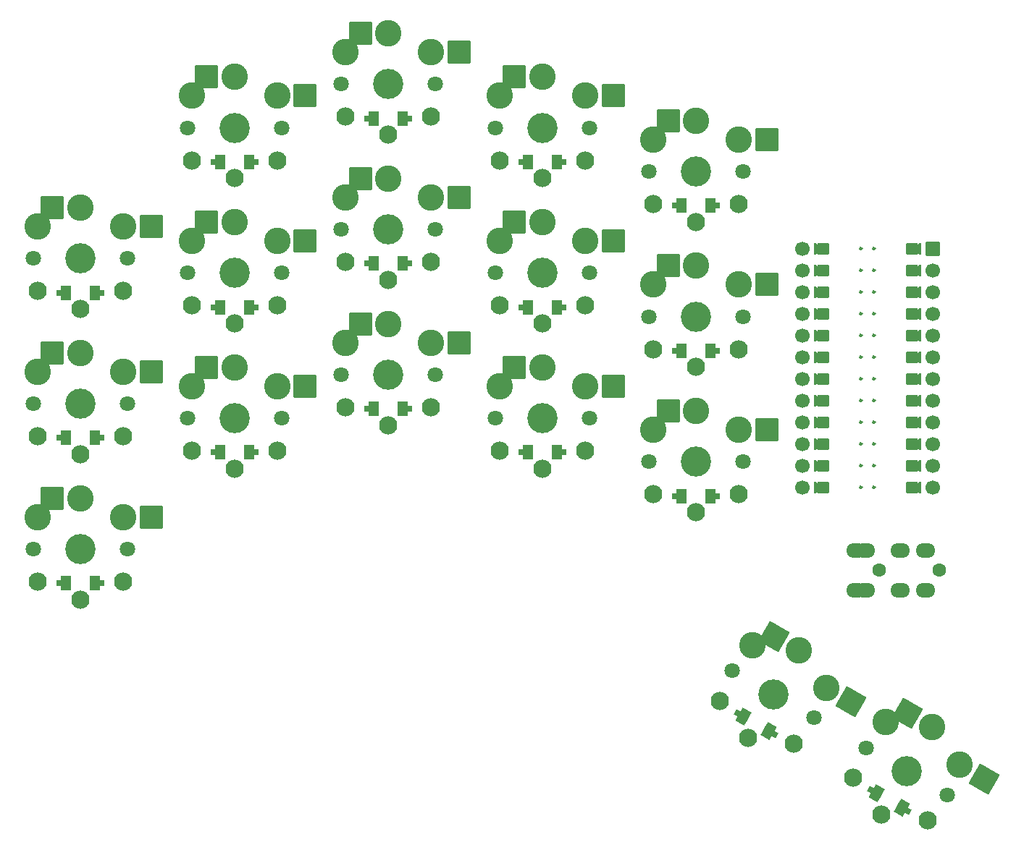
<source format=gbr>
%TF.GenerationSoftware,KiCad,Pcbnew,(6.0.6-1)-1*%
%TF.CreationDate,2022-07-25T21:02:30-05:00*%
%TF.ProjectId,smcboard,736d6362-6f61-4726-942e-6b696361645f,v1.0.0*%
%TF.SameCoordinates,Original*%
%TF.FileFunction,Soldermask,Bot*%
%TF.FilePolarity,Negative*%
%FSLAX46Y46*%
G04 Gerber Fmt 4.6, Leading zero omitted, Abs format (unit mm)*
G04 Created by KiCad (PCBNEW (6.0.6-1)-1) date 2022-07-25 21:02:30*
%MOMM*%
%LPD*%
G01*
G04 APERTURE LIST*
G04 Aperture macros list*
%AMRoundRect*
0 Rectangle with rounded corners*
0 $1 Rounding radius*
0 $2 $3 $4 $5 $6 $7 $8 $9 X,Y pos of 4 corners*
0 Add a 4 corners polygon primitive as box body*
4,1,4,$2,$3,$4,$5,$6,$7,$8,$9,$2,$3,0*
0 Add four circle primitives for the rounded corners*
1,1,$1+$1,$2,$3*
1,1,$1+$1,$4,$5*
1,1,$1+$1,$6,$7*
1,1,$1+$1,$8,$9*
0 Add four rect primitives between the rounded corners*
20,1,$1+$1,$2,$3,$4,$5,0*
20,1,$1+$1,$4,$5,$6,$7,0*
20,1,$1+$1,$6,$7,$8,$9,0*
20,1,$1+$1,$8,$9,$2,$3,0*%
%AMFreePoly0*
4,1,39,0.819064,0.871723,0.819418,0.871577,0.846577,0.844418,0.846723,0.844064,0.850500,0.825000,0.850500,0.339437,0.860355,0.335355,0.875000,0.300000,0.875000,-0.300000,0.860355,-0.335355,0.850500,-0.339437,0.850500,-0.825000,0.846723,-0.844064,0.846577,-0.844418,0.819418,-0.871577,0.819064,-0.871723,0.800000,-0.875500,-0.290000,-0.875500,-0.309064,-0.871723,-0.309418,-0.871577,
-0.336577,-0.844418,-0.336723,-0.844064,-0.340500,-0.825000,-0.340500,-0.350000,-0.825000,-0.350000,-0.860355,-0.335355,-0.875000,-0.300000,-0.875000,0.300000,-0.860355,0.335355,-0.825000,0.350000,-0.340500,0.350000,-0.340500,0.825000,-0.336723,0.844064,-0.336577,0.844418,-0.309418,0.871577,-0.309064,0.871723,-0.290000,0.875500,0.800000,0.875500,0.819064,0.871723,0.819064,0.871723,
$1*%
%AMFreePoly1*
4,1,39,0.319064,0.871723,0.319418,0.871577,0.346577,0.844418,0.346723,0.844064,0.350500,0.825000,0.350500,0.350000,0.825000,0.350000,0.860355,0.335355,0.875000,0.300000,0.875000,-0.300000,0.860355,-0.335355,0.825000,-0.350000,0.350500,-0.350000,0.350500,-0.825000,0.346723,-0.844064,0.346577,-0.844418,0.319418,-0.871577,0.319064,-0.871723,0.300000,-0.875500,-0.800000,-0.875500,
-0.819064,-0.871723,-0.819418,-0.871577,-0.846577,-0.844418,-0.846723,-0.844064,-0.850500,-0.825000,-0.850500,-0.339437,-0.860355,-0.335355,-0.875000,-0.300000,-0.875000,0.300000,-0.860355,0.335355,-0.850500,0.339437,-0.850500,0.825000,-0.846723,0.844064,-0.846577,0.844418,-0.819418,0.871577,-0.819064,0.871723,-0.800000,0.875500,0.300000,0.875500,0.319064,0.871723,0.319064,0.871723,
$1*%
%AMFreePoly2*
4,1,16,0.635355,1.035355,0.650000,1.000000,0.650000,-0.250000,0.635355,-0.285355,0.600000,-0.300000,-0.600000,-0.300000,-0.635355,-0.285355,-0.650000,-0.250000,-0.650000,1.000000,-0.635355,1.035355,-0.600000,1.050000,-0.564645,1.035355,0.000000,0.470710,0.564645,1.035355,0.600000,1.050000,0.635355,1.035355,0.635355,1.035355,$1*%
%AMFreePoly3*
4,1,14,0.635355,0.435355,0.650000,0.400000,0.650000,0.200000,0.635355,0.164645,0.035355,-0.435355,0.000000,-0.450000,-0.035355,-0.435355,-0.635355,0.164645,-0.650000,0.200000,-0.650000,0.400000,-0.635355,0.435355,-0.600000,0.450000,0.600000,0.450000,0.635355,0.435355,0.635355,0.435355,$1*%
G04 Aperture macros list end*
%ADD10C,0.250000*%
%ADD11C,0.100000*%
%ADD12C,3.529000*%
%ADD13C,1.801800*%
%ADD14C,3.100000*%
%ADD15RoundRect,0.050000X-1.300000X-1.300000X1.300000X-1.300000X1.300000X1.300000X-1.300000X1.300000X0*%
%ADD16C,2.132000*%
%ADD17FreePoly0,0.000000*%
%ADD18FreePoly1,0.000000*%
%ADD19RoundRect,0.050000X-1.775833X-0.475833X0.475833X-1.775833X1.775833X0.475833X-0.475833X1.775833X0*%
%ADD20FreePoly0,330.000000*%
%ADD21FreePoly1,330.000000*%
%ADD22C,1.700000*%
%ADD23RoundRect,0.050000X-0.800000X0.800000X-0.800000X-0.800000X0.800000X-0.800000X0.800000X0.800000X0*%
%ADD24FreePoly2,90.000000*%
%ADD25FreePoly3,90.000000*%
%ADD26FreePoly3,270.000000*%
%ADD27FreePoly2,270.000000*%
%ADD28C,1.600000*%
%ADD29O,2.300000X1.700000*%
G04 APERTURE END LIST*
D10*
%TO.C,MCU1*%
X229924539Y-135266000D02*
G75*
G03*
X229924539Y-135266000I-125000J0D01*
G01*
X231448539Y-135266000D02*
G75*
G03*
X231448539Y-135266000I-125000J0D01*
G01*
X229924539Y-132726000D02*
G75*
G03*
X229924539Y-132726000I-125000J0D01*
G01*
X231448539Y-132726000D02*
G75*
G03*
X231448539Y-132726000I-125000J0D01*
G01*
X229924539Y-130186000D02*
G75*
G03*
X229924539Y-130186000I-125000J0D01*
G01*
X231448539Y-130186000D02*
G75*
G03*
X231448539Y-130186000I-125000J0D01*
G01*
X229924539Y-127646000D02*
G75*
G03*
X229924539Y-127646000I-125000J0D01*
G01*
X231448539Y-127646000D02*
G75*
G03*
X231448539Y-127646000I-125000J0D01*
G01*
X229924539Y-125106000D02*
G75*
G03*
X229924539Y-125106000I-125000J0D01*
G01*
X231448539Y-125106000D02*
G75*
G03*
X231448539Y-125106000I-125000J0D01*
G01*
X229924539Y-122566000D02*
G75*
G03*
X229924539Y-122566000I-125000J0D01*
G01*
X231448539Y-122566000D02*
G75*
G03*
X231448539Y-122566000I-125000J0D01*
G01*
X229924539Y-120026000D02*
G75*
G03*
X229924539Y-120026000I-125000J0D01*
G01*
X231448539Y-120026000D02*
G75*
G03*
X231448539Y-120026000I-125000J0D01*
G01*
X229924539Y-117486000D02*
G75*
G03*
X229924539Y-117486000I-125000J0D01*
G01*
X231448539Y-117486000D02*
G75*
G03*
X231448539Y-117486000I-125000J0D01*
G01*
X229924539Y-114946000D02*
G75*
G03*
X229924539Y-114946000I-125000J0D01*
G01*
X231448539Y-114946000D02*
G75*
G03*
X231448539Y-114946000I-125000J0D01*
G01*
X229924539Y-112406000D02*
G75*
G03*
X229924539Y-112406000I-125000J0D01*
G01*
X231448539Y-112406000D02*
G75*
G03*
X231448539Y-112406000I-125000J0D01*
G01*
X231448539Y-109866000D02*
G75*
G03*
X231448539Y-109866000I-125000J0D01*
G01*
X229924539Y-109866000D02*
G75*
G03*
X229924539Y-109866000I-125000J0D01*
G01*
X229924539Y-107326000D02*
G75*
G03*
X229924539Y-107326000I-125000J0D01*
G01*
X231448539Y-107326000D02*
G75*
G03*
X231448539Y-107326000I-125000J0D01*
G01*
G36*
X236657539Y-135774000D02*
G01*
X235641539Y-135774000D01*
X235641539Y-134758000D01*
X236657539Y-134758000D01*
X236657539Y-135774000D01*
G37*
D11*
X236657539Y-135774000D02*
X235641539Y-135774000D01*
X235641539Y-134758000D01*
X236657539Y-134758000D01*
X236657539Y-135774000D01*
G36*
X236657539Y-133234000D02*
G01*
X235641539Y-133234000D01*
X235641539Y-132218000D01*
X236657539Y-132218000D01*
X236657539Y-133234000D01*
G37*
X236657539Y-133234000D02*
X235641539Y-133234000D01*
X235641539Y-132218000D01*
X236657539Y-132218000D01*
X236657539Y-133234000D01*
G36*
X236657539Y-130694000D02*
G01*
X235641539Y-130694000D01*
X235641539Y-129678000D01*
X236657539Y-129678000D01*
X236657539Y-130694000D01*
G37*
X236657539Y-130694000D02*
X235641539Y-130694000D01*
X235641539Y-129678000D01*
X236657539Y-129678000D01*
X236657539Y-130694000D01*
G36*
X236657539Y-128154000D02*
G01*
X235641539Y-128154000D01*
X235641539Y-127138000D01*
X236657539Y-127138000D01*
X236657539Y-128154000D01*
G37*
X236657539Y-128154000D02*
X235641539Y-128154000D01*
X235641539Y-127138000D01*
X236657539Y-127138000D01*
X236657539Y-128154000D01*
G36*
X236657539Y-125614000D02*
G01*
X235641539Y-125614000D01*
X235641539Y-124598000D01*
X236657539Y-124598000D01*
X236657539Y-125614000D01*
G37*
X236657539Y-125614000D02*
X235641539Y-125614000D01*
X235641539Y-124598000D01*
X236657539Y-124598000D01*
X236657539Y-125614000D01*
G36*
X236657539Y-123074000D02*
G01*
X235641539Y-123074000D01*
X235641539Y-122058000D01*
X236657539Y-122058000D01*
X236657539Y-123074000D01*
G37*
X236657539Y-123074000D02*
X235641539Y-123074000D01*
X235641539Y-122058000D01*
X236657539Y-122058000D01*
X236657539Y-123074000D01*
G36*
X236657539Y-120534000D02*
G01*
X235641539Y-120534000D01*
X235641539Y-119518000D01*
X236657539Y-119518000D01*
X236657539Y-120534000D01*
G37*
X236657539Y-120534000D02*
X235641539Y-120534000D01*
X235641539Y-119518000D01*
X236657539Y-119518000D01*
X236657539Y-120534000D01*
G36*
X236657539Y-117994000D02*
G01*
X235641539Y-117994000D01*
X235641539Y-116978000D01*
X236657539Y-116978000D01*
X236657539Y-117994000D01*
G37*
X236657539Y-117994000D02*
X235641539Y-117994000D01*
X235641539Y-116978000D01*
X236657539Y-116978000D01*
X236657539Y-117994000D01*
G36*
X236657539Y-115454000D02*
G01*
X235641539Y-115454000D01*
X235641539Y-114438000D01*
X236657539Y-114438000D01*
X236657539Y-115454000D01*
G37*
X236657539Y-115454000D02*
X235641539Y-115454000D01*
X235641539Y-114438000D01*
X236657539Y-114438000D01*
X236657539Y-115454000D01*
G36*
X236657539Y-112914000D02*
G01*
X235641539Y-112914000D01*
X235641539Y-111898000D01*
X236657539Y-111898000D01*
X236657539Y-112914000D01*
G37*
X236657539Y-112914000D02*
X235641539Y-112914000D01*
X235641539Y-111898000D01*
X236657539Y-111898000D01*
X236657539Y-112914000D01*
G36*
X236657539Y-110374000D02*
G01*
X235641539Y-110374000D01*
X235641539Y-109358000D01*
X236657539Y-109358000D01*
X236657539Y-110374000D01*
G37*
X236657539Y-110374000D02*
X235641539Y-110374000D01*
X235641539Y-109358000D01*
X236657539Y-109358000D01*
X236657539Y-110374000D01*
G36*
X236657539Y-107834000D02*
G01*
X235641539Y-107834000D01*
X235641539Y-106818000D01*
X236657539Y-106818000D01*
X236657539Y-107834000D01*
G37*
X236657539Y-107834000D02*
X235641539Y-107834000D01*
X235641539Y-106818000D01*
X236657539Y-106818000D01*
X236657539Y-107834000D01*
G36*
X225481539Y-135774000D02*
G01*
X224465539Y-135774000D01*
X224465539Y-134758000D01*
X225481539Y-134758000D01*
X225481539Y-135774000D01*
G37*
X225481539Y-135774000D02*
X224465539Y-135774000D01*
X224465539Y-134758000D01*
X225481539Y-134758000D01*
X225481539Y-135774000D01*
G36*
X225481539Y-133234000D02*
G01*
X224465539Y-133234000D01*
X224465539Y-132218000D01*
X225481539Y-132218000D01*
X225481539Y-133234000D01*
G37*
X225481539Y-133234000D02*
X224465539Y-133234000D01*
X224465539Y-132218000D01*
X225481539Y-132218000D01*
X225481539Y-133234000D01*
G36*
X225481539Y-130694000D02*
G01*
X224465539Y-130694000D01*
X224465539Y-129678000D01*
X225481539Y-129678000D01*
X225481539Y-130694000D01*
G37*
X225481539Y-130694000D02*
X224465539Y-130694000D01*
X224465539Y-129678000D01*
X225481539Y-129678000D01*
X225481539Y-130694000D01*
G36*
X225481539Y-128154000D02*
G01*
X224465539Y-128154000D01*
X224465539Y-127138000D01*
X225481539Y-127138000D01*
X225481539Y-128154000D01*
G37*
X225481539Y-128154000D02*
X224465539Y-128154000D01*
X224465539Y-127138000D01*
X225481539Y-127138000D01*
X225481539Y-128154000D01*
G36*
X225481539Y-125614000D02*
G01*
X224465539Y-125614000D01*
X224465539Y-124598000D01*
X225481539Y-124598000D01*
X225481539Y-125614000D01*
G37*
X225481539Y-125614000D02*
X224465539Y-125614000D01*
X224465539Y-124598000D01*
X225481539Y-124598000D01*
X225481539Y-125614000D01*
G36*
X225481539Y-123074000D02*
G01*
X224465539Y-123074000D01*
X224465539Y-122058000D01*
X225481539Y-122058000D01*
X225481539Y-123074000D01*
G37*
X225481539Y-123074000D02*
X224465539Y-123074000D01*
X224465539Y-122058000D01*
X225481539Y-122058000D01*
X225481539Y-123074000D01*
G36*
X225481539Y-120534000D02*
G01*
X224465539Y-120534000D01*
X224465539Y-119518000D01*
X225481539Y-119518000D01*
X225481539Y-120534000D01*
G37*
X225481539Y-120534000D02*
X224465539Y-120534000D01*
X224465539Y-119518000D01*
X225481539Y-119518000D01*
X225481539Y-120534000D01*
G36*
X225481539Y-117994000D02*
G01*
X224465539Y-117994000D01*
X224465539Y-116978000D01*
X225481539Y-116978000D01*
X225481539Y-117994000D01*
G37*
X225481539Y-117994000D02*
X224465539Y-117994000D01*
X224465539Y-116978000D01*
X225481539Y-116978000D01*
X225481539Y-117994000D01*
G36*
X225481539Y-115454000D02*
G01*
X224465539Y-115454000D01*
X224465539Y-114438000D01*
X225481539Y-114438000D01*
X225481539Y-115454000D01*
G37*
X225481539Y-115454000D02*
X224465539Y-115454000D01*
X224465539Y-114438000D01*
X225481539Y-114438000D01*
X225481539Y-115454000D01*
G36*
X225481539Y-112914000D02*
G01*
X224465539Y-112914000D01*
X224465539Y-111898000D01*
X225481539Y-111898000D01*
X225481539Y-112914000D01*
G37*
X225481539Y-112914000D02*
X224465539Y-112914000D01*
X224465539Y-111898000D01*
X225481539Y-111898000D01*
X225481539Y-112914000D01*
G36*
X225481539Y-110374000D02*
G01*
X224465539Y-110374000D01*
X224465539Y-109358000D01*
X225481539Y-109358000D01*
X225481539Y-110374000D01*
G37*
X225481539Y-110374000D02*
X224465539Y-110374000D01*
X224465539Y-109358000D01*
X225481539Y-109358000D01*
X225481539Y-110374000D01*
G36*
X225481539Y-107834000D02*
G01*
X224465539Y-107834000D01*
X224465539Y-106818000D01*
X225481539Y-106818000D01*
X225481539Y-107834000D01*
G37*
X225481539Y-107834000D02*
X224465539Y-107834000D01*
X224465539Y-106818000D01*
X225481539Y-106818000D01*
X225481539Y-107834000D01*
%TD*%
D12*
%TO.C,S1*%
X138561539Y-142496000D03*
D13*
X144061539Y-142496000D03*
X133061539Y-142496000D03*
D14*
X143561539Y-138746000D03*
X138561539Y-136546000D03*
D15*
X135286539Y-136546000D03*
X146836539Y-138746000D03*
D14*
X133561539Y-138746000D03*
X138561539Y-136546000D03*
%TD*%
D12*
%TO.C,S2*%
X138561539Y-142496000D03*
D13*
X133061539Y-142496000D03*
X144061539Y-142496000D03*
D16*
X133561539Y-146296000D03*
X138561539Y-148396000D03*
X143561539Y-146296000D03*
X138561539Y-148396000D03*
%TD*%
D17*
%TO.C,D1*%
X136611539Y-146496000D03*
D18*
X140511539Y-146496000D03*
%TD*%
D12*
%TO.C,S3*%
X138561539Y-125496000D03*
D13*
X144061539Y-125496000D03*
X133061539Y-125496000D03*
D14*
X143561539Y-121746000D03*
X138561539Y-119546000D03*
D15*
X135286539Y-119546000D03*
X146836539Y-121746000D03*
D14*
X133561539Y-121746000D03*
X138561539Y-119546000D03*
%TD*%
D12*
%TO.C,S4*%
X138561539Y-125496000D03*
D13*
X133061539Y-125496000D03*
X144061539Y-125496000D03*
D16*
X133561539Y-129296000D03*
X138561539Y-131396000D03*
X143561539Y-129296000D03*
X138561539Y-131396000D03*
%TD*%
D17*
%TO.C,D2*%
X136611539Y-129496000D03*
D18*
X140511539Y-129496000D03*
%TD*%
D12*
%TO.C,S5*%
X138561539Y-108496000D03*
D13*
X144061539Y-108496000D03*
X133061539Y-108496000D03*
D14*
X143561539Y-104746000D03*
X138561539Y-102546000D03*
D15*
X135286539Y-102546000D03*
X146836539Y-104746000D03*
D14*
X133561539Y-104746000D03*
X138561539Y-102546000D03*
%TD*%
D12*
%TO.C,S6*%
X138561539Y-108496000D03*
D13*
X133061539Y-108496000D03*
X144061539Y-108496000D03*
D16*
X133561539Y-112296000D03*
X138561539Y-114396000D03*
X143561539Y-112296000D03*
X138561539Y-114396000D03*
%TD*%
D17*
%TO.C,D3*%
X136611539Y-112496000D03*
D18*
X140511539Y-112496000D03*
%TD*%
D12*
%TO.C,S7*%
X156561539Y-127196000D03*
D13*
X162061539Y-127196000D03*
X151061539Y-127196000D03*
D14*
X161561539Y-123446000D03*
X156561539Y-121246000D03*
D15*
X153286539Y-121246000D03*
X164836539Y-123446000D03*
D14*
X151561539Y-123446000D03*
X156561539Y-121246000D03*
%TD*%
D12*
%TO.C,S8*%
X156561539Y-127196000D03*
D13*
X151061539Y-127196000D03*
X162061539Y-127196000D03*
D16*
X151561539Y-130996000D03*
X156561539Y-133096000D03*
X161561539Y-130996000D03*
X156561539Y-133096000D03*
%TD*%
D17*
%TO.C,D4*%
X154611539Y-131196000D03*
D18*
X158511539Y-131196000D03*
%TD*%
D12*
%TO.C,S9*%
X156561539Y-110196000D03*
D13*
X162061539Y-110196000D03*
X151061539Y-110196000D03*
D14*
X161561539Y-106446000D03*
X156561539Y-104246000D03*
D15*
X153286539Y-104246000D03*
X164836539Y-106446000D03*
D14*
X151561539Y-106446000D03*
X156561539Y-104246000D03*
%TD*%
D12*
%TO.C,S10*%
X156561539Y-110196000D03*
D13*
X151061539Y-110196000D03*
X162061539Y-110196000D03*
D16*
X151561539Y-113996000D03*
X156561539Y-116096000D03*
X161561539Y-113996000D03*
X156561539Y-116096000D03*
%TD*%
D17*
%TO.C,D5*%
X154611539Y-114196000D03*
D18*
X158511539Y-114196000D03*
%TD*%
D12*
%TO.C,S11*%
X156561539Y-93196000D03*
D13*
X162061539Y-93196000D03*
X151061539Y-93196000D03*
D14*
X161561539Y-89446000D03*
X156561539Y-87246000D03*
D15*
X153286539Y-87246000D03*
X164836539Y-89446000D03*
D14*
X151561539Y-89446000D03*
X156561539Y-87246000D03*
%TD*%
D12*
%TO.C,S12*%
X156561539Y-93196000D03*
D13*
X151061539Y-93196000D03*
X162061539Y-93196000D03*
D16*
X151561539Y-96996000D03*
X156561539Y-99096000D03*
X161561539Y-96996000D03*
X156561539Y-99096000D03*
%TD*%
D17*
%TO.C,D6*%
X154611539Y-97196000D03*
D18*
X158511539Y-97196000D03*
%TD*%
D12*
%TO.C,S13*%
X174561539Y-122096000D03*
D13*
X180061539Y-122096000D03*
X169061539Y-122096000D03*
D14*
X179561539Y-118346000D03*
X174561539Y-116146000D03*
D15*
X171286539Y-116146000D03*
X182836539Y-118346000D03*
D14*
X169561539Y-118346000D03*
X174561539Y-116146000D03*
%TD*%
D12*
%TO.C,S14*%
X174561539Y-122096000D03*
D13*
X169061539Y-122096000D03*
X180061539Y-122096000D03*
D16*
X169561539Y-125896000D03*
X174561539Y-127996000D03*
X179561539Y-125896000D03*
X174561539Y-127996000D03*
%TD*%
D17*
%TO.C,D7*%
X172611539Y-126096000D03*
D18*
X176511539Y-126096000D03*
%TD*%
D12*
%TO.C,S15*%
X174561539Y-105096000D03*
D13*
X180061539Y-105096000D03*
X169061539Y-105096000D03*
D14*
X179561539Y-101346000D03*
X174561539Y-99146000D03*
D15*
X171286539Y-99146000D03*
X182836539Y-101346000D03*
D14*
X169561539Y-101346000D03*
X174561539Y-99146000D03*
%TD*%
D12*
%TO.C,S16*%
X174561539Y-105096000D03*
D13*
X169061539Y-105096000D03*
X180061539Y-105096000D03*
D16*
X169561539Y-108896000D03*
X174561539Y-110996000D03*
X179561539Y-108896000D03*
X174561539Y-110996000D03*
%TD*%
D17*
%TO.C,D8*%
X172611539Y-109096000D03*
D18*
X176511539Y-109096000D03*
%TD*%
D12*
%TO.C,S17*%
X174561539Y-88096000D03*
D13*
X180061539Y-88096000D03*
X169061539Y-88096000D03*
D14*
X179561539Y-84346000D03*
X174561539Y-82146000D03*
D15*
X171286539Y-82146000D03*
X182836539Y-84346000D03*
D14*
X169561539Y-84346000D03*
X174561539Y-82146000D03*
%TD*%
D12*
%TO.C,S18*%
X174561539Y-88096000D03*
D13*
X169061539Y-88096000D03*
X180061539Y-88096000D03*
D16*
X169561539Y-91896000D03*
X174561539Y-93996000D03*
X179561539Y-91896000D03*
X174561539Y-93996000D03*
%TD*%
D17*
%TO.C,D9*%
X172611539Y-92096000D03*
D18*
X176511539Y-92096000D03*
%TD*%
D12*
%TO.C,S19*%
X192561539Y-127196000D03*
D13*
X198061539Y-127196000D03*
X187061539Y-127196000D03*
D14*
X197561539Y-123446000D03*
X192561539Y-121246000D03*
D15*
X189286539Y-121246000D03*
X200836539Y-123446000D03*
D14*
X187561539Y-123446000D03*
X192561539Y-121246000D03*
%TD*%
D12*
%TO.C,S20*%
X192561539Y-127196000D03*
D13*
X187061539Y-127196000D03*
X198061539Y-127196000D03*
D16*
X187561539Y-130996000D03*
X192561539Y-133096000D03*
X197561539Y-130996000D03*
X192561539Y-133096000D03*
%TD*%
D17*
%TO.C,D10*%
X190611539Y-131196000D03*
D18*
X194511539Y-131196000D03*
%TD*%
D12*
%TO.C,S21*%
X192561539Y-110196000D03*
D13*
X198061539Y-110196000D03*
X187061539Y-110196000D03*
D14*
X197561539Y-106446000D03*
X192561539Y-104246000D03*
D15*
X189286539Y-104246000D03*
X200836539Y-106446000D03*
D14*
X187561539Y-106446000D03*
X192561539Y-104246000D03*
%TD*%
D12*
%TO.C,S22*%
X192561539Y-110196000D03*
D13*
X187061539Y-110196000D03*
X198061539Y-110196000D03*
D16*
X187561539Y-113996000D03*
X192561539Y-116096000D03*
X197561539Y-113996000D03*
X192561539Y-116096000D03*
%TD*%
D17*
%TO.C,D11*%
X190611539Y-114196000D03*
D18*
X194511539Y-114196000D03*
%TD*%
D12*
%TO.C,S23*%
X192561539Y-93196000D03*
D13*
X198061539Y-93196000D03*
X187061539Y-93196000D03*
D14*
X197561539Y-89446000D03*
X192561539Y-87246000D03*
D15*
X189286539Y-87246000D03*
X200836539Y-89446000D03*
D14*
X187561539Y-89446000D03*
X192561539Y-87246000D03*
%TD*%
D12*
%TO.C,S24*%
X192561539Y-93196000D03*
D13*
X187061539Y-93196000D03*
X198061539Y-93196000D03*
D16*
X187561539Y-96996000D03*
X192561539Y-99096000D03*
X197561539Y-96996000D03*
X192561539Y-99096000D03*
%TD*%
D17*
%TO.C,D12*%
X190611539Y-97196000D03*
D18*
X194511539Y-97196000D03*
%TD*%
D12*
%TO.C,S25*%
X210561539Y-132296000D03*
D13*
X216061539Y-132296000D03*
X205061539Y-132296000D03*
D14*
X215561539Y-128546000D03*
X210561539Y-126346000D03*
D15*
X207286539Y-126346000D03*
X218836539Y-128546000D03*
D14*
X205561539Y-128546000D03*
X210561539Y-126346000D03*
%TD*%
D12*
%TO.C,S26*%
X210561539Y-132296000D03*
D13*
X205061539Y-132296000D03*
X216061539Y-132296000D03*
D16*
X205561539Y-136096000D03*
X210561539Y-138196000D03*
X215561539Y-136096000D03*
X210561539Y-138196000D03*
%TD*%
D17*
%TO.C,D13*%
X208611539Y-136296000D03*
D18*
X212511539Y-136296000D03*
%TD*%
D12*
%TO.C,S27*%
X210561539Y-115296000D03*
D13*
X216061539Y-115296000D03*
X205061539Y-115296000D03*
D14*
X215561539Y-111546000D03*
X210561539Y-109346000D03*
D15*
X207286539Y-109346000D03*
X218836539Y-111546000D03*
D14*
X205561539Y-111546000D03*
X210561539Y-109346000D03*
%TD*%
D12*
%TO.C,S28*%
X210561539Y-115296000D03*
D13*
X205061539Y-115296000D03*
X216061539Y-115296000D03*
D16*
X205561539Y-119096000D03*
X210561539Y-121196000D03*
X215561539Y-119096000D03*
X210561539Y-121196000D03*
%TD*%
D17*
%TO.C,D14*%
X208611539Y-119296000D03*
D18*
X212511539Y-119296000D03*
%TD*%
D12*
%TO.C,S29*%
X210561539Y-98296000D03*
D13*
X216061539Y-98296000D03*
X205061539Y-98296000D03*
D14*
X215561539Y-94546000D03*
X210561539Y-92346000D03*
D15*
X207286539Y-92346000D03*
X218836539Y-94546000D03*
D14*
X205561539Y-94546000D03*
X210561539Y-92346000D03*
%TD*%
D12*
%TO.C,S30*%
X210561539Y-98296000D03*
D13*
X205061539Y-98296000D03*
X216061539Y-98296000D03*
D16*
X205561539Y-102096000D03*
X210561539Y-104196000D03*
X215561539Y-102096000D03*
X210561539Y-104196000D03*
%TD*%
D17*
%TO.C,D15*%
X208611539Y-102296000D03*
D18*
X212511539Y-102296000D03*
%TD*%
D12*
%TO.C,S31*%
X219561539Y-159496000D03*
D13*
X224324679Y-162246000D03*
X214798399Y-156746000D03*
D14*
X225766666Y-158748405D03*
X222536539Y-154343149D03*
D19*
X219700306Y-152705649D03*
X228602899Y-160385905D03*
D14*
X217106412Y-153748405D03*
X222536539Y-154343149D03*
%TD*%
D12*
%TO.C,S32*%
X219561539Y-159496000D03*
D13*
X214798399Y-156746000D03*
X224324679Y-162246000D03*
D16*
X213331412Y-160286897D03*
X216611539Y-164605550D03*
X221991666Y-165286897D03*
X216611539Y-164605550D03*
%TD*%
D20*
%TO.C,D16*%
X215872789Y-161985102D03*
D21*
X219250289Y-163935102D03*
%TD*%
D12*
%TO.C,S33*%
X235149996Y-168496000D03*
D13*
X239913136Y-171246000D03*
X230386856Y-165746000D03*
D14*
X241355123Y-167748405D03*
X238124996Y-163343149D03*
D19*
X235288763Y-161705649D03*
X244191356Y-169385905D03*
D14*
X232694869Y-162748405D03*
X238124996Y-163343149D03*
%TD*%
D12*
%TO.C,S34*%
X235149996Y-168496000D03*
D13*
X230386856Y-165746000D03*
X239913136Y-171246000D03*
D16*
X228919869Y-169286897D03*
X232199996Y-173605550D03*
X237580123Y-174286897D03*
X232199996Y-173605550D03*
%TD*%
D20*
%TO.C,D17*%
X231461246Y-170985102D03*
D21*
X234838746Y-172935102D03*
%TD*%
D22*
%TO.C,MCU1*%
X222941539Y-107326000D03*
X222941539Y-109866000D03*
X222941539Y-112406000D03*
X222941539Y-114946000D03*
X222941539Y-117486000D03*
X222941539Y-120026000D03*
X222941539Y-122566000D03*
X222941539Y-125106000D03*
X222941539Y-127646000D03*
X222941539Y-130186000D03*
X222941539Y-132726000D03*
X222941539Y-135266000D03*
X238181539Y-135266000D03*
X238181539Y-132726000D03*
X238181539Y-130186000D03*
X238181539Y-127646000D03*
X238181539Y-125106000D03*
X238181539Y-122566000D03*
X238181539Y-120026000D03*
X238181539Y-117486000D03*
X238181539Y-114946000D03*
X238181539Y-112406000D03*
X238181539Y-109866000D03*
X238181539Y-107326000D03*
D23*
X238181539Y-107326000D03*
D24*
X225735539Y-107326000D03*
D25*
X224719539Y-107326000D03*
X224719539Y-109866000D03*
D24*
X225735539Y-109866000D03*
D25*
X224719539Y-112406000D03*
D24*
X225735539Y-112406000D03*
D25*
X224719539Y-114946000D03*
D24*
X225735539Y-114946000D03*
D25*
X224719539Y-117486000D03*
D24*
X225735539Y-117486000D03*
D25*
X224719539Y-120026000D03*
D24*
X225735539Y-120026000D03*
D25*
X224719539Y-122566000D03*
D24*
X225735539Y-122566000D03*
D25*
X224719539Y-125106000D03*
D24*
X225735539Y-125106000D03*
D25*
X224719539Y-127646000D03*
D24*
X225735539Y-127646000D03*
D25*
X224719539Y-130186000D03*
D24*
X225735539Y-130186000D03*
D25*
X224719539Y-132726000D03*
D24*
X225735539Y-132726000D03*
D25*
X224719539Y-135266000D03*
D24*
X225735539Y-135266000D03*
D26*
X236403539Y-107326000D03*
D27*
X235387539Y-107326000D03*
X235387539Y-109866000D03*
D26*
X236403539Y-109866000D03*
D27*
X235387539Y-112406000D03*
D26*
X236403539Y-112406000D03*
D27*
X235387539Y-114946000D03*
D26*
X236403539Y-114946000D03*
D27*
X235387539Y-117486000D03*
D26*
X236403539Y-117486000D03*
D27*
X235387539Y-120026000D03*
D26*
X236403539Y-120026000D03*
D27*
X235387539Y-122566000D03*
D26*
X236403539Y-122566000D03*
D27*
X235387539Y-125106000D03*
D26*
X236403539Y-125106000D03*
D27*
X235387539Y-127646000D03*
D26*
X236403539Y-127646000D03*
D27*
X235387539Y-130186000D03*
D26*
X236403539Y-130186000D03*
D27*
X235387539Y-132726000D03*
D26*
X236403539Y-132726000D03*
D27*
X235387539Y-135266000D03*
D26*
X236403539Y-135266000D03*
%TD*%
D28*
%TO.C,REF\u002A\u002A*%
X231961539Y-144996000D03*
X238961539Y-144996000D03*
D29*
X229261539Y-147296000D03*
X230361539Y-142696000D03*
X234361539Y-142696000D03*
X237361539Y-142696000D03*
X229261539Y-142696000D03*
X230361539Y-147296000D03*
X234361539Y-147296000D03*
X237361539Y-147296000D03*
%TD*%
M02*

</source>
